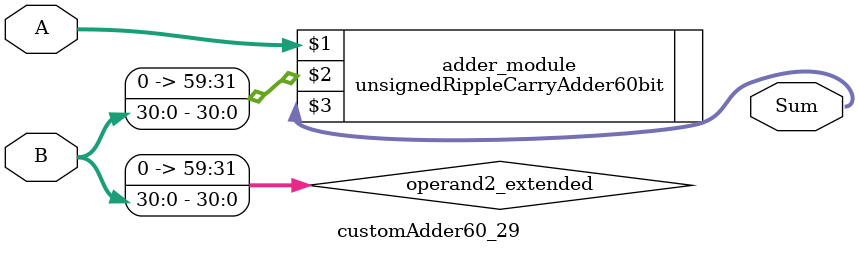
<source format=v>
module customAdder60_29(
                        input [59 : 0] A,
                        input [30 : 0] B,
                        
                        output [60 : 0] Sum
                );

        wire [59 : 0] operand2_extended;
        
        assign operand2_extended =  {29'b0, B};
        
        unsignedRippleCarryAdder60bit adder_module(
            A,
            operand2_extended,
            Sum
        );
        
        endmodule
        
</source>
